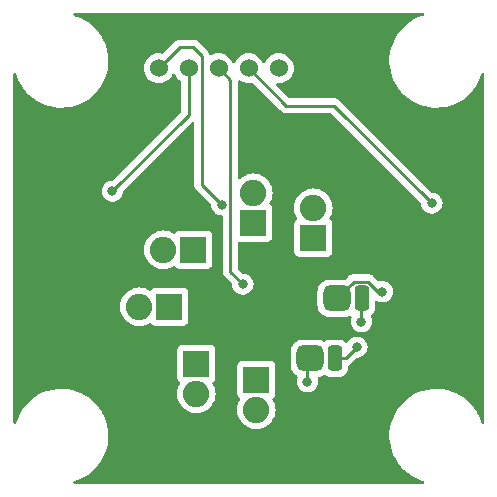
<source format=gbr>
%TF.GenerationSoftware,KiCad,Pcbnew,7.0.7*%
%TF.CreationDate,2023-11-04T22:35:43-05:00*%
%TF.ProjectId,LEDBreakout_Hardware,4c454442-7265-4616-9b6f-75745f486172,rev?*%
%TF.SameCoordinates,Original*%
%TF.FileFunction,Copper,L2,Bot*%
%TF.FilePolarity,Positive*%
%FSLAX46Y46*%
G04 Gerber Fmt 4.6, Leading zero omitted, Abs format (unit mm)*
G04 Created by KiCad (PCBNEW 7.0.7) date 2023-11-04 22:35:43*
%MOMM*%
%LPD*%
G01*
G04 APERTURE LIST*
G04 Aperture macros list*
%AMRoundRect*
0 Rectangle with rounded corners*
0 $1 Rounding radius*
0 $2 $3 $4 $5 $6 $7 $8 $9 X,Y pos of 4 corners*
0 Add a 4 corners polygon primitive as box body*
4,1,4,$2,$3,$4,$5,$6,$7,$8,$9,$2,$3,0*
0 Add four circle primitives for the rounded corners*
1,1,$1+$1,$2,$3*
1,1,$1+$1,$4,$5*
1,1,$1+$1,$6,$7*
1,1,$1+$1,$8,$9*
0 Add four rect primitives between the rounded corners*
20,1,$1+$1,$2,$3,$4,$5,0*
20,1,$1+$1,$4,$5,$6,$7,0*
20,1,$1+$1,$6,$7,$8,$9,0*
20,1,$1+$1,$8,$9,$2,$3,0*%
G04 Aperture macros list end*
%TA.AperFunction,ComponentPad*%
%ADD10C,1.524000*%
%TD*%
%TA.AperFunction,ComponentPad*%
%ADD11R,2.240000X2.240000*%
%TD*%
%TA.AperFunction,ComponentPad*%
%ADD12O,2.240000X2.240000*%
%TD*%
%TA.AperFunction,SMDPad,CuDef*%
%ADD13RoundRect,0.305000X0.305000X0.780000X-0.305000X0.780000X-0.305000X-0.780000X0.305000X-0.780000X0*%
%TD*%
%TA.AperFunction,SMDPad,CuDef*%
%ADD14RoundRect,0.542500X0.601500X0.542500X-0.601500X0.542500X-0.601500X-0.542500X0.601500X-0.542500X0*%
%TD*%
%TA.AperFunction,ViaPad*%
%ADD15C,0.800000*%
%TD*%
%TA.AperFunction,Conductor*%
%ADD16C,0.254000*%
%TD*%
%TA.AperFunction,Conductor*%
%ADD17C,0.250000*%
%TD*%
G04 APERTURE END LIST*
D10*
%TO.P,Conn1,1*%
%TO.N,530nm*%
X76835000Y-64135000D03*
%TO.P,Conn1,2*%
%TO.N,522nm*%
X79375000Y-64135000D03*
%TO.P,Conn1,3*%
%TO.N,465nm*%
X81915000Y-64135000D03*
%TO.P,Conn1,4*%
%TO.N,400nm*%
X84455000Y-64135000D03*
%TO.P,Conn1,5*%
%TO.N,+5V*%
X86995000Y-64135000D03*
%TO.P,Conn1,6*%
%TO.N,GND*%
X89535000Y-64135000D03*
%TO.P,Conn1,7*%
X92075000Y-64135000D03*
%TD*%
D11*
%TO.P,D1,1,K*%
%TO.N,Net-(D1-K)*%
X84836000Y-77216000D03*
D12*
%TO.P,D1,2,A*%
%TO.N,Net-(D1-A)*%
X84836000Y-74676000D03*
%TD*%
D13*
%TO.P,D8,1,K*%
%TO.N,Net-(D7-K)*%
X94008000Y-83616800D03*
D14*
%TO.P,D8,2,A*%
%TO.N,Net-(D8-A)*%
X91908000Y-83616800D03*
%TD*%
D11*
%TO.P,D5,1,K*%
%TO.N,Net-(D5-K)*%
X80010000Y-89154000D03*
D12*
%TO.P,D5,2,A*%
%TO.N,Net-(D5-A)*%
X80010000Y-91694000D03*
%TD*%
D11*
%TO.P,D2,1,K*%
%TO.N,Net-(D1-K)*%
X89916000Y-78486000D03*
D12*
%TO.P,D2,2,A*%
%TO.N,Net-(D2-A)*%
X89916000Y-75946000D03*
%TD*%
D11*
%TO.P,D3,1,K*%
%TO.N,Net-(D3-K)*%
X79756000Y-79502000D03*
D12*
%TO.P,D3,2,A*%
%TO.N,Net-(D3-A)*%
X77216000Y-79502000D03*
%TD*%
D13*
%TO.P,D7,1,K*%
%TO.N,Net-(D7-K)*%
X91730200Y-88696800D03*
D14*
%TO.P,D7,2,A*%
%TO.N,Net-(D7-A)*%
X89630200Y-88696800D03*
%TD*%
D11*
%TO.P,D6,1,K*%
%TO.N,Net-(D5-K)*%
X85090000Y-90510000D03*
D12*
%TO.P,D6,2,A*%
%TO.N,Net-(D6-A)*%
X85090000Y-93050000D03*
%TD*%
D11*
%TO.P,D4,1,K*%
%TO.N,Net-(D3-K)*%
X77724000Y-84328000D03*
D12*
%TO.P,D4,2,A*%
%TO.N,Net-(D4-A)*%
X75184000Y-84328000D03*
%TD*%
D15*
%TO.N,GND*%
X65532000Y-69596000D03*
X99045536Y-85456536D03*
X65532000Y-76708000D03*
X65532000Y-74422000D03*
X77216000Y-96139000D03*
X96012000Y-77089000D03*
X65532000Y-72136000D03*
X70739000Y-78994000D03*
%TO.N,530nm*%
X82169000Y-75692000D03*
%TO.N,Net-(D7-K)*%
X93980000Y-85598000D03*
X93599000Y-87757000D03*
%TO.N,522nm*%
X72898000Y-74549000D03*
%TO.N,465nm*%
X83947000Y-82423000D03*
%TO.N,400nm*%
X99949000Y-75565000D03*
%TO.N,Net-(D7-A)*%
X89408000Y-90678000D03*
%TO.N,Net-(D8-A)*%
X95758000Y-83058000D03*
%TD*%
D16*
%TO.N,530nm*%
X80464000Y-63065000D02*
X79756000Y-62357000D01*
X82169000Y-75692000D02*
X80464000Y-73987000D01*
X79756000Y-62357000D02*
X78613000Y-62357000D01*
X78613000Y-62357000D02*
X76835000Y-64135000D01*
X80464000Y-73987000D02*
X80464000Y-63065000D01*
D17*
%TO.N,Net-(D7-K)*%
X91730200Y-88696800D02*
X92659200Y-88696800D01*
D16*
X93980000Y-83644800D02*
X94008000Y-83616800D01*
X93980000Y-85598000D02*
X93980000Y-83644800D01*
D17*
X92659200Y-88696800D02*
X93599000Y-87757000D01*
D16*
%TO.N,522nm*%
X79375000Y-68072000D02*
X79375000Y-64135000D01*
X72898000Y-74549000D02*
X79375000Y-68072000D01*
%TO.N,465nm*%
X82896000Y-65116000D02*
X82896000Y-81372000D01*
X82896000Y-81372000D02*
X83947000Y-82423000D01*
X81915000Y-64135000D02*
X82896000Y-65116000D01*
%TO.N,400nm*%
X87630000Y-67310000D02*
X84455000Y-64135000D01*
X99949000Y-75565000D02*
X91694000Y-67310000D01*
X91694000Y-67310000D02*
X87630000Y-67310000D01*
D17*
%TO.N,Net-(D7-A)*%
X89408000Y-90678000D02*
X89408000Y-88919000D01*
X89408000Y-88919000D02*
X89630200Y-88696800D01*
%TO.N,Net-(D8-A)*%
X95758000Y-83058000D02*
X95425155Y-83058000D01*
X93318000Y-82206800D02*
X91908000Y-83616800D01*
X95425155Y-83058000D02*
X94573955Y-82206800D01*
X94573955Y-82206800D02*
X93318000Y-82206800D01*
%TD*%
%TA.AperFunction,Conductor*%
%TO.N,GND*%
G36*
X99262238Y-59456185D02*
G01*
X99307993Y-59508989D01*
X99317937Y-59578147D01*
X99288912Y-59641703D01*
X99230134Y-59679477D01*
X99225797Y-59680666D01*
X99157272Y-59698114D01*
X98784549Y-59833774D01*
X98427191Y-60005869D01*
X98088753Y-60212684D01*
X98088742Y-60212692D01*
X97772575Y-60452180D01*
X97772572Y-60452182D01*
X97481813Y-60721968D01*
X97219365Y-61019359D01*
X96987839Y-61341393D01*
X96987826Y-61341413D01*
X96789516Y-61684896D01*
X96626382Y-62046437D01*
X96500059Y-62422419D01*
X96411799Y-62809111D01*
X96362478Y-63202681D01*
X96352590Y-63599173D01*
X96352590Y-63599187D01*
X96382230Y-63994711D01*
X96382231Y-63994724D01*
X96451108Y-64385339D01*
X96558530Y-64767137D01*
X96558534Y-64767151D01*
X96703435Y-65136353D01*
X96703440Y-65136365D01*
X96840640Y-65403984D01*
X96884391Y-65489323D01*
X97099586Y-65822509D01*
X97225691Y-65980640D01*
X97346895Y-66132625D01*
X97623823Y-66416544D01*
X97623833Y-66416554D01*
X97927676Y-66671508D01*
X98255394Y-66894942D01*
X98603730Y-67084636D01*
X98969223Y-67238704D01*
X98969232Y-67238706D01*
X98969238Y-67238709D01*
X99348235Y-67355614D01*
X99348248Y-67355617D01*
X99736999Y-67434205D01*
X99737014Y-67434208D01*
X100075300Y-67468058D01*
X100131680Y-67473700D01*
X100131681Y-67473700D01*
X100429103Y-67473700D01*
X100627130Y-67463816D01*
X100726145Y-67458875D01*
X101118353Y-67399759D01*
X101502726Y-67301886D01*
X101875445Y-67166228D01*
X102232803Y-66994133D01*
X102571251Y-66787312D01*
X102887424Y-66547820D01*
X103178181Y-66278037D01*
X103440631Y-65980645D01*
X103672166Y-65658600D01*
X103870485Y-65315101D01*
X104033617Y-64953563D01*
X104151957Y-64601340D01*
X104191968Y-64544061D01*
X104256594Y-64517506D01*
X104325318Y-64530107D01*
X104376321Y-64577862D01*
X104393500Y-64640833D01*
X104393500Y-94122243D01*
X104373815Y-94189282D01*
X104321011Y-94235037D01*
X104251853Y-94244981D01*
X104188297Y-94215956D01*
X104150523Y-94157178D01*
X104150135Y-94155827D01*
X104101469Y-93982862D01*
X104101465Y-93982848D01*
X103956564Y-93613646D01*
X103956559Y-93613634D01*
X103805771Y-93319510D01*
X103775609Y-93260677D01*
X103560414Y-92927491D01*
X103313114Y-92617386D01*
X103313111Y-92617383D01*
X103313104Y-92617374D01*
X103036176Y-92333455D01*
X103036173Y-92333452D01*
X103036172Y-92333451D01*
X103036167Y-92333446D01*
X102732324Y-92078492D01*
X102598928Y-91987544D01*
X102404605Y-91855057D01*
X102288494Y-91791826D01*
X102056270Y-91665364D01*
X102056262Y-91665360D01*
X102056259Y-91665359D01*
X101690777Y-91511296D01*
X101690761Y-91511290D01*
X101311764Y-91394385D01*
X101311751Y-91394382D01*
X100923000Y-91315794D01*
X100922979Y-91315791D01*
X100528320Y-91276300D01*
X100528319Y-91276300D01*
X100230899Y-91276300D01*
X100230897Y-91276300D01*
X99933855Y-91291124D01*
X99541647Y-91350241D01*
X99157272Y-91448114D01*
X98784549Y-91583774D01*
X98427191Y-91755869D01*
X98088753Y-91962684D01*
X98088742Y-91962692D01*
X97772575Y-92202180D01*
X97772572Y-92202182D01*
X97481813Y-92471968D01*
X97219365Y-92769359D01*
X96987839Y-93091393D01*
X96987826Y-93091413D01*
X96789516Y-93434896D01*
X96626382Y-93796437D01*
X96500059Y-94172419D01*
X96411799Y-94559111D01*
X96362478Y-94952681D01*
X96352590Y-95349173D01*
X96352590Y-95349187D01*
X96382230Y-95744711D01*
X96382231Y-95744724D01*
X96451108Y-96135339D01*
X96558530Y-96517137D01*
X96558534Y-96517151D01*
X96703435Y-96886353D01*
X96703440Y-96886365D01*
X96884386Y-97239314D01*
X96884391Y-97239323D01*
X97099586Y-97572509D01*
X97346886Y-97882614D01*
X97346895Y-97882625D01*
X97623823Y-98166544D01*
X97623833Y-98166554D01*
X97927676Y-98421508D01*
X98255394Y-98644942D01*
X98603730Y-98834636D01*
X98969223Y-98988704D01*
X98969232Y-98988706D01*
X98969238Y-98988709D01*
X99236048Y-99071009D01*
X99294307Y-99109579D01*
X99322464Y-99173524D01*
X99311581Y-99242541D01*
X99265113Y-99294717D01*
X99199498Y-99313500D01*
X69714801Y-99313500D01*
X69647762Y-99293815D01*
X69602007Y-99241011D01*
X69592063Y-99171853D01*
X69621088Y-99108297D01*
X69679866Y-99070523D01*
X69684203Y-99069334D01*
X69752726Y-99051886D01*
X70125445Y-98916228D01*
X70482803Y-98744133D01*
X70821251Y-98537312D01*
X71137424Y-98297820D01*
X71428181Y-98028037D01*
X71690631Y-97730645D01*
X71922166Y-97408600D01*
X72120485Y-97065101D01*
X72283617Y-96703563D01*
X72409941Y-96327578D01*
X72498201Y-95940885D01*
X72547521Y-95547325D01*
X72552462Y-95349173D01*
X72557409Y-95150826D01*
X72557409Y-95150810D01*
X72557409Y-95150809D01*
X72527769Y-94755280D01*
X72458893Y-94364668D01*
X72422420Y-94235037D01*
X72387006Y-94109166D01*
X72351467Y-93982854D01*
X72274979Y-93787966D01*
X72206564Y-93613646D01*
X72206559Y-93613634D01*
X72055771Y-93319510D01*
X72025609Y-93260677D01*
X71810414Y-92927491D01*
X71563114Y-92617386D01*
X71563111Y-92617383D01*
X71563104Y-92617374D01*
X71286176Y-92333455D01*
X71286173Y-92333452D01*
X71286172Y-92333451D01*
X71286167Y-92333446D01*
X70982324Y-92078492D01*
X70848928Y-91987544D01*
X70654605Y-91855057D01*
X70538494Y-91791826D01*
X70358855Y-91694000D01*
X78384489Y-91694000D01*
X78404502Y-91948289D01*
X78464044Y-92196301D01*
X78464049Y-92196318D01*
X78561656Y-92431963D01*
X78561658Y-92431966D01*
X78694930Y-92649445D01*
X78694936Y-92649454D01*
X78860587Y-92843407D01*
X78860592Y-92843412D01*
X78959036Y-92927491D01*
X79054549Y-93009066D01*
X79054555Y-93009069D01*
X79054554Y-93009069D01*
X79272033Y-93142341D01*
X79272036Y-93142343D01*
X79507681Y-93239950D01*
X79507683Y-93239950D01*
X79507689Y-93239953D01*
X79755714Y-93299498D01*
X80010000Y-93319511D01*
X80264286Y-93299498D01*
X80512311Y-93239953D01*
X80565700Y-93217838D01*
X80747963Y-93142343D01*
X80747964Y-93142342D01*
X80747967Y-93142341D01*
X80898653Y-93050000D01*
X83464489Y-93050000D01*
X83484502Y-93304289D01*
X83544044Y-93552301D01*
X83544049Y-93552318D01*
X83641656Y-93787963D01*
X83641658Y-93787966D01*
X83774930Y-94005445D01*
X83774936Y-94005454D01*
X83940587Y-94199407D01*
X83940592Y-94199412D01*
X84134073Y-94364660D01*
X84134549Y-94365066D01*
X84134555Y-94365069D01*
X84134554Y-94365069D01*
X84352033Y-94498341D01*
X84352036Y-94498343D01*
X84587681Y-94595950D01*
X84587683Y-94595950D01*
X84587689Y-94595953D01*
X84835714Y-94655498D01*
X85090000Y-94675511D01*
X85344286Y-94655498D01*
X85592311Y-94595953D01*
X85681246Y-94559115D01*
X85827963Y-94498343D01*
X85827964Y-94498342D01*
X85827967Y-94498341D01*
X86045451Y-94365066D01*
X86239410Y-94199410D01*
X86405066Y-94005451D01*
X86538341Y-93787967D01*
X86635953Y-93552311D01*
X86695498Y-93304286D01*
X86715511Y-93050000D01*
X86695498Y-92795714D01*
X86635953Y-92547689D01*
X86635950Y-92547681D01*
X86538343Y-92312036D01*
X86538341Y-92312033D01*
X86470250Y-92200919D01*
X86452005Y-92133474D01*
X86473121Y-92066871D01*
X86501663Y-92036865D01*
X86567546Y-91987546D01*
X86653796Y-91872331D01*
X86704091Y-91737483D01*
X86710500Y-91677873D01*
X86710499Y-89342128D01*
X86704953Y-89290538D01*
X87985700Y-89290538D01*
X88000790Y-89443760D01*
X88060433Y-89640376D01*
X88157277Y-89821558D01*
X88157281Y-89821565D01*
X88287618Y-89980381D01*
X88446434Y-90110718D01*
X88446437Y-90110720D01*
X88460746Y-90118368D01*
X88524798Y-90152604D01*
X88574643Y-90201566D01*
X88590104Y-90269704D01*
X88581880Y-90303226D01*
X88582829Y-90303535D01*
X88557502Y-90381483D01*
X88522326Y-90489744D01*
X88502540Y-90678000D01*
X88522326Y-90866256D01*
X88522327Y-90866259D01*
X88580818Y-91046277D01*
X88580821Y-91046284D01*
X88675467Y-91210216D01*
X88770530Y-91315794D01*
X88802129Y-91350888D01*
X88955265Y-91462148D01*
X88955270Y-91462151D01*
X89128192Y-91539142D01*
X89128197Y-91539144D01*
X89313354Y-91578500D01*
X89313355Y-91578500D01*
X89502644Y-91578500D01*
X89502646Y-91578500D01*
X89687803Y-91539144D01*
X89860730Y-91462151D01*
X90013871Y-91350888D01*
X90140533Y-91210216D01*
X90235179Y-91046284D01*
X90293674Y-90866256D01*
X90313460Y-90678000D01*
X90293674Y-90489744D01*
X90275664Y-90434318D01*
X90273670Y-90364478D01*
X90309750Y-90304645D01*
X90372451Y-90273817D01*
X90381438Y-90272598D01*
X90436164Y-90267209D01*
X90632770Y-90207569D01*
X90807818Y-90114003D01*
X90876220Y-90099762D01*
X90932243Y-90118368D01*
X91073495Y-90207123D01*
X91244825Y-90267074D01*
X91244830Y-90267075D01*
X91335889Y-90277334D01*
X91379956Y-90282299D01*
X91379959Y-90282300D01*
X91379962Y-90282300D01*
X92080441Y-90282300D01*
X92080442Y-90282299D01*
X92155728Y-90273817D01*
X92215569Y-90267075D01*
X92215572Y-90267074D01*
X92215575Y-90267074D01*
X92386905Y-90207123D01*
X92540599Y-90110550D01*
X92668950Y-89982199D01*
X92765523Y-89828505D01*
X92825474Y-89657175D01*
X92827368Y-89640370D01*
X92840699Y-89522044D01*
X92840700Y-89522040D01*
X92840700Y-89386682D01*
X92860385Y-89319643D01*
X92904214Y-89281664D01*
X92902871Y-89279392D01*
X92909590Y-89275418D01*
X92926829Y-89265222D01*
X92944303Y-89256662D01*
X92962927Y-89249288D01*
X92962927Y-89249287D01*
X92962932Y-89249286D01*
X93000649Y-89221882D01*
X93005505Y-89218692D01*
X93045620Y-89194970D01*
X93059789Y-89180799D01*
X93074579Y-89168168D01*
X93090787Y-89156394D01*
X93120499Y-89120476D01*
X93124412Y-89116176D01*
X93546773Y-88693816D01*
X93608095Y-88660334D01*
X93634453Y-88657500D01*
X93693644Y-88657500D01*
X93693646Y-88657500D01*
X93878803Y-88618144D01*
X94051730Y-88541151D01*
X94204871Y-88429888D01*
X94331533Y-88289216D01*
X94426179Y-88125284D01*
X94484674Y-87945256D01*
X94504460Y-87757000D01*
X94484674Y-87568744D01*
X94426179Y-87388716D01*
X94331533Y-87224784D01*
X94204871Y-87084112D01*
X94204870Y-87084111D01*
X94051734Y-86972851D01*
X94051729Y-86972848D01*
X93878807Y-86895857D01*
X93878802Y-86895855D01*
X93733001Y-86864865D01*
X93693646Y-86856500D01*
X93504354Y-86856500D01*
X93471897Y-86863398D01*
X93319197Y-86895855D01*
X93319192Y-86895857D01*
X93146270Y-86972848D01*
X93146265Y-86972851D01*
X92993129Y-87084111D01*
X92866466Y-87224785D01*
X92806664Y-87328366D01*
X92756097Y-87376581D01*
X92687490Y-87389805D01*
X92622626Y-87363837D01*
X92611596Y-87354047D01*
X92540598Y-87283049D01*
X92386906Y-87186477D01*
X92215574Y-87126525D01*
X92215569Y-87126524D01*
X92080444Y-87111300D01*
X92080438Y-87111300D01*
X91379962Y-87111300D01*
X91379955Y-87111300D01*
X91244830Y-87126524D01*
X91244825Y-87126525D01*
X91073493Y-87186477D01*
X90932243Y-87275231D01*
X90865006Y-87294231D01*
X90807818Y-87279595D01*
X90632776Y-87186033D01*
X90632770Y-87186031D01*
X90436164Y-87126391D01*
X90436162Y-87126390D01*
X90436160Y-87126390D01*
X90343302Y-87117244D01*
X90282943Y-87111300D01*
X90282939Y-87111300D01*
X88977461Y-87111300D01*
X88824239Y-87126390D01*
X88627623Y-87186033D01*
X88446441Y-87282877D01*
X88446434Y-87282881D01*
X88287618Y-87413218D01*
X88157281Y-87572034D01*
X88157277Y-87572041D01*
X88060433Y-87753223D01*
X88000790Y-87949839D01*
X87985700Y-88103060D01*
X87985700Y-89290538D01*
X86704953Y-89290538D01*
X86704091Y-89282517D01*
X86702925Y-89279392D01*
X86653797Y-89147671D01*
X86653793Y-89147664D01*
X86567547Y-89032455D01*
X86567544Y-89032452D01*
X86452335Y-88946206D01*
X86452328Y-88946202D01*
X86317482Y-88895908D01*
X86317483Y-88895908D01*
X86257883Y-88889501D01*
X86257881Y-88889500D01*
X86257873Y-88889500D01*
X86257864Y-88889500D01*
X83922129Y-88889500D01*
X83922123Y-88889501D01*
X83862516Y-88895908D01*
X83727671Y-88946202D01*
X83727664Y-88946206D01*
X83612455Y-89032452D01*
X83612452Y-89032455D01*
X83526206Y-89147664D01*
X83526202Y-89147671D01*
X83475908Y-89282517D01*
X83471917Y-89319643D01*
X83469501Y-89342123D01*
X83469500Y-89342135D01*
X83469500Y-91677870D01*
X83469501Y-91677876D01*
X83475908Y-91737483D01*
X83526202Y-91872328D01*
X83526206Y-91872335D01*
X83612452Y-91987544D01*
X83612453Y-91987544D01*
X83612454Y-91987546D01*
X83659395Y-92022686D01*
X83678334Y-92036864D01*
X83720204Y-92092798D01*
X83725188Y-92162490D01*
X83709749Y-92200920D01*
X83641658Y-92312033D01*
X83641656Y-92312036D01*
X83544049Y-92547681D01*
X83544044Y-92547698D01*
X83484502Y-92795710D01*
X83464489Y-93050000D01*
X80898653Y-93050000D01*
X80965451Y-93009066D01*
X81159410Y-92843410D01*
X81325066Y-92649451D01*
X81458341Y-92431967D01*
X81555953Y-92196311D01*
X81615498Y-91948286D01*
X81635511Y-91694000D01*
X81615498Y-91439714D01*
X81555953Y-91191689D01*
X81555950Y-91191681D01*
X81458343Y-90956036D01*
X81458341Y-90956033D01*
X81390250Y-90844919D01*
X81372005Y-90777474D01*
X81393121Y-90710871D01*
X81421663Y-90680865D01*
X81487546Y-90631546D01*
X81573796Y-90516331D01*
X81624091Y-90381483D01*
X81630500Y-90321873D01*
X81630499Y-87986128D01*
X81624091Y-87926517D01*
X81573796Y-87791669D01*
X81573795Y-87791668D01*
X81573793Y-87791664D01*
X81487547Y-87676455D01*
X81487544Y-87676452D01*
X81372335Y-87590206D01*
X81372328Y-87590202D01*
X81237482Y-87539908D01*
X81237483Y-87539908D01*
X81177883Y-87533501D01*
X81177881Y-87533500D01*
X81177873Y-87533500D01*
X81177864Y-87533500D01*
X78842129Y-87533500D01*
X78842123Y-87533501D01*
X78782516Y-87539908D01*
X78647671Y-87590202D01*
X78647664Y-87590206D01*
X78532455Y-87676452D01*
X78532452Y-87676455D01*
X78446206Y-87791664D01*
X78446202Y-87791671D01*
X78395908Y-87926517D01*
X78389501Y-87986116D01*
X78389501Y-87986123D01*
X78389500Y-87986135D01*
X78389501Y-90321865D01*
X78389501Y-90321876D01*
X78395908Y-90381483D01*
X78446202Y-90516328D01*
X78446206Y-90516335D01*
X78532452Y-90631544D01*
X78532453Y-90631544D01*
X78532454Y-90631546D01*
X78579395Y-90666686D01*
X78598334Y-90680864D01*
X78640204Y-90736798D01*
X78645188Y-90806490D01*
X78629749Y-90844920D01*
X78561658Y-90956033D01*
X78561656Y-90956036D01*
X78464049Y-91191681D01*
X78464044Y-91191698D01*
X78404502Y-91439710D01*
X78384489Y-91694000D01*
X70358855Y-91694000D01*
X70306270Y-91665364D01*
X70306262Y-91665360D01*
X70306259Y-91665359D01*
X69940777Y-91511296D01*
X69940761Y-91511290D01*
X69561764Y-91394385D01*
X69561751Y-91394382D01*
X69173000Y-91315794D01*
X69172979Y-91315791D01*
X68778320Y-91276300D01*
X68778319Y-91276300D01*
X68480899Y-91276300D01*
X68480897Y-91276300D01*
X68183855Y-91291124D01*
X67791647Y-91350241D01*
X67407272Y-91448114D01*
X67034549Y-91583774D01*
X66677191Y-91755869D01*
X66338753Y-91962684D01*
X66338742Y-91962692D01*
X66022575Y-92202180D01*
X66022572Y-92202182D01*
X65731813Y-92471968D01*
X65469365Y-92769359D01*
X65237839Y-93091393D01*
X65237826Y-93091413D01*
X65039516Y-93434896D01*
X64876382Y-93796437D01*
X64758043Y-94148658D01*
X64718032Y-94205938D01*
X64653406Y-94232493D01*
X64584682Y-94219892D01*
X64533679Y-94172137D01*
X64516500Y-94109166D01*
X64516500Y-84328000D01*
X73558489Y-84328000D01*
X73578502Y-84582289D01*
X73638044Y-84830301D01*
X73638049Y-84830318D01*
X73735656Y-85065963D01*
X73735658Y-85065966D01*
X73868930Y-85283445D01*
X73868936Y-85283454D01*
X73976798Y-85409744D01*
X74034590Y-85477410D01*
X74228549Y-85643066D01*
X74228555Y-85643069D01*
X74228554Y-85643069D01*
X74446033Y-85776341D01*
X74446036Y-85776343D01*
X74681681Y-85873950D01*
X74681683Y-85873950D01*
X74681689Y-85873953D01*
X74929714Y-85933498D01*
X75184000Y-85953511D01*
X75438286Y-85933498D01*
X75686311Y-85873953D01*
X75921967Y-85776341D01*
X76033082Y-85708249D01*
X76100525Y-85690005D01*
X76167128Y-85711121D01*
X76197134Y-85739663D01*
X76246454Y-85805546D01*
X76292643Y-85840123D01*
X76361664Y-85891793D01*
X76361671Y-85891797D01*
X76496517Y-85942091D01*
X76496516Y-85942091D01*
X76503444Y-85942835D01*
X76556127Y-85948500D01*
X78891872Y-85948499D01*
X78951483Y-85942091D01*
X79086331Y-85891796D01*
X79201546Y-85805546D01*
X79287796Y-85690331D01*
X79338091Y-85555483D01*
X79344500Y-85495873D01*
X79344499Y-84210538D01*
X90263500Y-84210538D01*
X90278590Y-84363760D01*
X90338233Y-84560376D01*
X90435077Y-84741558D01*
X90435081Y-84741565D01*
X90565418Y-84900381D01*
X90724234Y-85030718D01*
X90724241Y-85030722D01*
X90905423Y-85127566D01*
X90905426Y-85127566D01*
X90905430Y-85127569D01*
X91102036Y-85187209D01*
X91255257Y-85202300D01*
X92560742Y-85202299D01*
X92713964Y-85187209D01*
X92910570Y-85127569D01*
X92936343Y-85113792D01*
X92972377Y-85094533D01*
X93040779Y-85080291D01*
X93106023Y-85105291D01*
X93147394Y-85161596D01*
X93151756Y-85231329D01*
X93148761Y-85242209D01*
X93135363Y-85283445D01*
X93094326Y-85409744D01*
X93074540Y-85598000D01*
X93094326Y-85786256D01*
X93094327Y-85786259D01*
X93152818Y-85966277D01*
X93152821Y-85966284D01*
X93247467Y-86130216D01*
X93374128Y-86270888D01*
X93374129Y-86270888D01*
X93527265Y-86382148D01*
X93527270Y-86382151D01*
X93700192Y-86459142D01*
X93700197Y-86459144D01*
X93885354Y-86498500D01*
X93885355Y-86498500D01*
X94074644Y-86498500D01*
X94074646Y-86498500D01*
X94259803Y-86459144D01*
X94432730Y-86382151D01*
X94585871Y-86270888D01*
X94712533Y-86130216D01*
X94807179Y-85966284D01*
X94865674Y-85786256D01*
X94885460Y-85598000D01*
X94865674Y-85409744D01*
X94807179Y-85229716D01*
X94785334Y-85191880D01*
X94768861Y-85123982D01*
X94791713Y-85057955D01*
X94815413Y-85032930D01*
X94818388Y-85030556D01*
X94818399Y-85030550D01*
X94946750Y-84902199D01*
X95043323Y-84748505D01*
X95103274Y-84577175D01*
X95105168Y-84560370D01*
X95118499Y-84442044D01*
X95118500Y-84442040D01*
X95118500Y-83949093D01*
X95138185Y-83882054D01*
X95190989Y-83836299D01*
X95260147Y-83826355D01*
X95299175Y-83839863D01*
X95299334Y-83839508D01*
X95303476Y-83841352D01*
X95304501Y-83841707D01*
X95305267Y-83842148D01*
X95305270Y-83842151D01*
X95394893Y-83882054D01*
X95478192Y-83919142D01*
X95478197Y-83919144D01*
X95663354Y-83958500D01*
X95663355Y-83958500D01*
X95852644Y-83958500D01*
X95852646Y-83958500D01*
X96037803Y-83919144D01*
X96210730Y-83842151D01*
X96363871Y-83730888D01*
X96490533Y-83590216D01*
X96585179Y-83426284D01*
X96643674Y-83246256D01*
X96663460Y-83058000D01*
X96643674Y-82869744D01*
X96585179Y-82689716D01*
X96490533Y-82525784D01*
X96363871Y-82385112D01*
X96345535Y-82371790D01*
X96210734Y-82273851D01*
X96210729Y-82273848D01*
X96037807Y-82196857D01*
X96037802Y-82196855D01*
X95892001Y-82165865D01*
X95852646Y-82157500D01*
X95663354Y-82157500D01*
X95519645Y-82188046D01*
X95449978Y-82182730D01*
X95406183Y-82154437D01*
X95074758Y-81823012D01*
X95064935Y-81810750D01*
X95064714Y-81810934D01*
X95059741Y-81804923D01*
X95059740Y-81804923D01*
X95009319Y-81757573D01*
X94998874Y-81747128D01*
X94988430Y-81736683D01*
X94982941Y-81732425D01*
X94978516Y-81728647D01*
X94944537Y-81696738D01*
X94944535Y-81696736D01*
X94944532Y-81696735D01*
X94926984Y-81687088D01*
X94910718Y-81676404D01*
X94894888Y-81664125D01*
X94852123Y-81645618D01*
X94846877Y-81643048D01*
X94806048Y-81620603D01*
X94806047Y-81620602D01*
X94786648Y-81615622D01*
X94768236Y-81609318D01*
X94749853Y-81601362D01*
X94749847Y-81601360D01*
X94703829Y-81594072D01*
X94698107Y-81592887D01*
X94652976Y-81581300D01*
X94652974Y-81581300D01*
X94632939Y-81581300D01*
X94613541Y-81579773D01*
X94604196Y-81578293D01*
X94593760Y-81576640D01*
X94593759Y-81576640D01*
X94547371Y-81581025D01*
X94541533Y-81581300D01*
X93400738Y-81581300D01*
X93385121Y-81579576D01*
X93385094Y-81579862D01*
X93377332Y-81579127D01*
X93308204Y-81581300D01*
X93278650Y-81581300D01*
X93277929Y-81581390D01*
X93271757Y-81582169D01*
X93265945Y-81582626D01*
X93219373Y-81584090D01*
X93219372Y-81584090D01*
X93200129Y-81589681D01*
X93181079Y-81593625D01*
X93161211Y-81596134D01*
X93161209Y-81596135D01*
X93117884Y-81613288D01*
X93112357Y-81615180D01*
X93067610Y-81628181D01*
X93067609Y-81628182D01*
X93050367Y-81638379D01*
X93032899Y-81646937D01*
X93014269Y-81654313D01*
X93014267Y-81654314D01*
X92976576Y-81681698D01*
X92971694Y-81684905D01*
X92931579Y-81708630D01*
X92917408Y-81722800D01*
X92902623Y-81735428D01*
X92886412Y-81747207D01*
X92856709Y-81783110D01*
X92852777Y-81787431D01*
X92645226Y-81994981D01*
X92583903Y-82028466D01*
X92557545Y-82031300D01*
X91255261Y-82031300D01*
X91102039Y-82046390D01*
X90905423Y-82106033D01*
X90724241Y-82202877D01*
X90724234Y-82202881D01*
X90565418Y-82333218D01*
X90435081Y-82492034D01*
X90435077Y-82492041D01*
X90338233Y-82673223D01*
X90278590Y-82869839D01*
X90274011Y-82916334D01*
X90264498Y-83012930D01*
X90263500Y-83023060D01*
X90263500Y-84210538D01*
X79344499Y-84210538D01*
X79344499Y-83160128D01*
X79338091Y-83100517D01*
X79336364Y-83095888D01*
X79287797Y-82965671D01*
X79287793Y-82965664D01*
X79201547Y-82850455D01*
X79201544Y-82850452D01*
X79086335Y-82764206D01*
X79086328Y-82764202D01*
X78951482Y-82713908D01*
X78951483Y-82713908D01*
X78891883Y-82707501D01*
X78891881Y-82707500D01*
X78891873Y-82707500D01*
X78891864Y-82707500D01*
X76556129Y-82707500D01*
X76556123Y-82707501D01*
X76496516Y-82713908D01*
X76361671Y-82764202D01*
X76361664Y-82764206D01*
X76246455Y-82850452D01*
X76197136Y-82916334D01*
X76141202Y-82958204D01*
X76071510Y-82963188D01*
X76033080Y-82947749D01*
X75921966Y-82879658D01*
X75921963Y-82879656D01*
X75686318Y-82782049D01*
X75686301Y-82782044D01*
X75438289Y-82722502D01*
X75184000Y-82702489D01*
X74929710Y-82722502D01*
X74681698Y-82782044D01*
X74681681Y-82782049D01*
X74446036Y-82879656D01*
X74446033Y-82879658D01*
X74228554Y-83012930D01*
X74228545Y-83012936D01*
X74034592Y-83178587D01*
X74034587Y-83178592D01*
X73868936Y-83372545D01*
X73868930Y-83372554D01*
X73735658Y-83590033D01*
X73735656Y-83590036D01*
X73638049Y-83825681D01*
X73638044Y-83825698D01*
X73578502Y-84073710D01*
X73558489Y-84328000D01*
X64516500Y-84328000D01*
X64516500Y-79502000D01*
X75590489Y-79502000D01*
X75610502Y-79756289D01*
X75670044Y-80004301D01*
X75670049Y-80004318D01*
X75767656Y-80239963D01*
X75767658Y-80239966D01*
X75900930Y-80457445D01*
X75900936Y-80457454D01*
X76066587Y-80651407D01*
X76066590Y-80651410D01*
X76260549Y-80817066D01*
X76260555Y-80817069D01*
X76260554Y-80817069D01*
X76478033Y-80950341D01*
X76478036Y-80950343D01*
X76713681Y-81047950D01*
X76713683Y-81047950D01*
X76713689Y-81047953D01*
X76961714Y-81107498D01*
X77216000Y-81127511D01*
X77470286Y-81107498D01*
X77718311Y-81047953D01*
X77953967Y-80950341D01*
X78065082Y-80882249D01*
X78132525Y-80864005D01*
X78199128Y-80885121D01*
X78229134Y-80913663D01*
X78278454Y-80979546D01*
X78324643Y-81014123D01*
X78393664Y-81065793D01*
X78393671Y-81065797D01*
X78528517Y-81116091D01*
X78528516Y-81116091D01*
X78535444Y-81116835D01*
X78588127Y-81122500D01*
X80923872Y-81122499D01*
X80983483Y-81116091D01*
X81118331Y-81065796D01*
X81233546Y-80979546D01*
X81319796Y-80864331D01*
X81370091Y-80729483D01*
X81376500Y-80669873D01*
X81376499Y-78334128D01*
X81370091Y-78274517D01*
X81338179Y-78188957D01*
X81319797Y-78139671D01*
X81319793Y-78139664D01*
X81233547Y-78024455D01*
X81233544Y-78024452D01*
X81118335Y-77938206D01*
X81118328Y-77938202D01*
X80983482Y-77887908D01*
X80983483Y-77887908D01*
X80923883Y-77881501D01*
X80923881Y-77881500D01*
X80923873Y-77881500D01*
X80923864Y-77881500D01*
X78588129Y-77881500D01*
X78588123Y-77881501D01*
X78528516Y-77887908D01*
X78393671Y-77938202D01*
X78393664Y-77938206D01*
X78278455Y-78024452D01*
X78229136Y-78090334D01*
X78173202Y-78132204D01*
X78103510Y-78137188D01*
X78065080Y-78121749D01*
X77953966Y-78053658D01*
X77953963Y-78053656D01*
X77718318Y-77956049D01*
X77718301Y-77956044D01*
X77470289Y-77896502D01*
X77216000Y-77876489D01*
X76961710Y-77896502D01*
X76713698Y-77956044D01*
X76713681Y-77956049D01*
X76478036Y-78053656D01*
X76478033Y-78053658D01*
X76260554Y-78186930D01*
X76260545Y-78186936D01*
X76066592Y-78352587D01*
X76066587Y-78352592D01*
X75900936Y-78546545D01*
X75900930Y-78546554D01*
X75767658Y-78764033D01*
X75767656Y-78764036D01*
X75670049Y-78999681D01*
X75670044Y-78999698D01*
X75610502Y-79247710D01*
X75590489Y-79502000D01*
X64516500Y-79502000D01*
X64516500Y-74549000D01*
X71992540Y-74549000D01*
X72012326Y-74737256D01*
X72012327Y-74737259D01*
X72070818Y-74917277D01*
X72070821Y-74917284D01*
X72165467Y-75081216D01*
X72279654Y-75208033D01*
X72292129Y-75221888D01*
X72445265Y-75333148D01*
X72445270Y-75333151D01*
X72618192Y-75410142D01*
X72618197Y-75410144D01*
X72803354Y-75449500D01*
X72803355Y-75449500D01*
X72992644Y-75449500D01*
X72992646Y-75449500D01*
X73177803Y-75410144D01*
X73350730Y-75333151D01*
X73503871Y-75221888D01*
X73630533Y-75081216D01*
X73725179Y-74917284D01*
X73783674Y-74737256D01*
X73800989Y-74572505D01*
X73827572Y-74507894D01*
X73836619Y-74497798D01*
X79624819Y-68709599D01*
X79686142Y-68676114D01*
X79755834Y-68681098D01*
X79811767Y-68722970D01*
X79836184Y-68788434D01*
X79836500Y-68797280D01*
X79836500Y-73904032D01*
X79834772Y-73919681D01*
X79835054Y-73919708D01*
X79834319Y-73927475D01*
X79836500Y-73996859D01*
X79836500Y-74026477D01*
X79837371Y-74033380D01*
X79837829Y-74039199D01*
X79839298Y-74085942D01*
X79844916Y-74105275D01*
X79848862Y-74124329D01*
X79851383Y-74144287D01*
X79851386Y-74144299D01*
X79868595Y-74187765D01*
X79870487Y-74193293D01*
X79883530Y-74238187D01*
X79883530Y-74238188D01*
X79893777Y-74255515D01*
X79902335Y-74272985D01*
X79909745Y-74291701D01*
X79937229Y-74329529D01*
X79940437Y-74334413D01*
X79964234Y-74374652D01*
X79964240Y-74374660D01*
X79978469Y-74388888D01*
X79991109Y-74403687D01*
X80002934Y-74419964D01*
X80002936Y-74419965D01*
X80002937Y-74419967D01*
X80005049Y-74421714D01*
X80038957Y-74449765D01*
X80043268Y-74453687D01*
X80670795Y-75081214D01*
X81230371Y-75640790D01*
X81263856Y-75702113D01*
X81266010Y-75715505D01*
X81283326Y-75880256D01*
X81283327Y-75880259D01*
X81341818Y-76060277D01*
X81341821Y-76060284D01*
X81436467Y-76224216D01*
X81548957Y-76349148D01*
X81563129Y-76364888D01*
X81716265Y-76476148D01*
X81716270Y-76476151D01*
X81889192Y-76553142D01*
X81889197Y-76553144D01*
X82074354Y-76592500D01*
X82074355Y-76592500D01*
X82144500Y-76592500D01*
X82211539Y-76612185D01*
X82257294Y-76664989D01*
X82268500Y-76716500D01*
X82268500Y-81289032D01*
X82266772Y-81304681D01*
X82267054Y-81304708D01*
X82266319Y-81312475D01*
X82268500Y-81381859D01*
X82268500Y-81411477D01*
X82269371Y-81418380D01*
X82269829Y-81424199D01*
X82271298Y-81470942D01*
X82276916Y-81490275D01*
X82280862Y-81509329D01*
X82283383Y-81529287D01*
X82283386Y-81529299D01*
X82300595Y-81572765D01*
X82302487Y-81578293D01*
X82315530Y-81623187D01*
X82315530Y-81623188D01*
X82325777Y-81640515D01*
X82334335Y-81657985D01*
X82341745Y-81676701D01*
X82369229Y-81714529D01*
X82372437Y-81719413D01*
X82396234Y-81759652D01*
X82396240Y-81759660D01*
X82410469Y-81773888D01*
X82423109Y-81788687D01*
X82434934Y-81804964D01*
X82434936Y-81804965D01*
X82434937Y-81804967D01*
X82456750Y-81823012D01*
X82470957Y-81834765D01*
X82475268Y-81838687D01*
X82742612Y-82106031D01*
X83008371Y-82371790D01*
X83041856Y-82433113D01*
X83044010Y-82446505D01*
X83061326Y-82611256D01*
X83061327Y-82611259D01*
X83119818Y-82791277D01*
X83119821Y-82791284D01*
X83214467Y-82955216D01*
X83341128Y-83095888D01*
X83341129Y-83095888D01*
X83494265Y-83207148D01*
X83494270Y-83207151D01*
X83667192Y-83284142D01*
X83667197Y-83284144D01*
X83852354Y-83323500D01*
X83852355Y-83323500D01*
X84041644Y-83323500D01*
X84041646Y-83323500D01*
X84226803Y-83284144D01*
X84399730Y-83207151D01*
X84552871Y-83095888D01*
X84679533Y-82955216D01*
X84774179Y-82791284D01*
X84832674Y-82611256D01*
X84852460Y-82423000D01*
X84832674Y-82234744D01*
X84774179Y-82054716D01*
X84679533Y-81890784D01*
X84552871Y-81750112D01*
X84548873Y-81747207D01*
X84399734Y-81638851D01*
X84399729Y-81638848D01*
X84226807Y-81561857D01*
X84226802Y-81561855D01*
X84073605Y-81529293D01*
X84041646Y-81522500D01*
X84041645Y-81522500D01*
X83985281Y-81522500D01*
X83918242Y-81502815D01*
X83897600Y-81486181D01*
X83559819Y-81148400D01*
X83526334Y-81087077D01*
X83523500Y-81060719D01*
X83523500Y-78958996D01*
X83543185Y-78891957D01*
X83595989Y-78846202D01*
X83660757Y-78835707D01*
X83668127Y-78836500D01*
X86003872Y-78836499D01*
X86063483Y-78830091D01*
X86198331Y-78779796D01*
X86313546Y-78693546D01*
X86399796Y-78578331D01*
X86450091Y-78443483D01*
X86456500Y-78383873D01*
X86456499Y-76048128D01*
X86450091Y-75988517D01*
X86434233Y-75946000D01*
X88290489Y-75946000D01*
X88310502Y-76200289D01*
X88370044Y-76448301D01*
X88370049Y-76448318D01*
X88467656Y-76683963D01*
X88467658Y-76683966D01*
X88535749Y-76795080D01*
X88553994Y-76862526D01*
X88532878Y-76929128D01*
X88504334Y-76959136D01*
X88438452Y-77008455D01*
X88352206Y-77123664D01*
X88352202Y-77123671D01*
X88301908Y-77258517D01*
X88295501Y-77318116D01*
X88295501Y-77318123D01*
X88295500Y-77318135D01*
X88295500Y-79653870D01*
X88295501Y-79653876D01*
X88301908Y-79713483D01*
X88352202Y-79848328D01*
X88352206Y-79848335D01*
X88438452Y-79963544D01*
X88438455Y-79963547D01*
X88553664Y-80049793D01*
X88553671Y-80049797D01*
X88688517Y-80100091D01*
X88688516Y-80100091D01*
X88695444Y-80100835D01*
X88748127Y-80106500D01*
X91083872Y-80106499D01*
X91143483Y-80100091D01*
X91278331Y-80049796D01*
X91393546Y-79963546D01*
X91479796Y-79848331D01*
X91530091Y-79713483D01*
X91536500Y-79653873D01*
X91536499Y-77318128D01*
X91530091Y-77258517D01*
X91479796Y-77123669D01*
X91479795Y-77123668D01*
X91479793Y-77123664D01*
X91393547Y-77008456D01*
X91393548Y-77008456D01*
X91393546Y-77008454D01*
X91327664Y-76959135D01*
X91285795Y-76903203D01*
X91280811Y-76833511D01*
X91296247Y-76795084D01*
X91364341Y-76683967D01*
X91461953Y-76448311D01*
X91521498Y-76200286D01*
X91541511Y-75946000D01*
X91521498Y-75691714D01*
X91461953Y-75443689D01*
X91449642Y-75413967D01*
X91364343Y-75208036D01*
X91364341Y-75208033D01*
X91231069Y-74990554D01*
X91231063Y-74990545D01*
X91065412Y-74796592D01*
X91065407Y-74796587D01*
X90871454Y-74630936D01*
X90871445Y-74630930D01*
X90653966Y-74497658D01*
X90653963Y-74497656D01*
X90418318Y-74400049D01*
X90418301Y-74400044D01*
X90170289Y-74340502D01*
X89916000Y-74320489D01*
X89661710Y-74340502D01*
X89413698Y-74400044D01*
X89413681Y-74400049D01*
X89178036Y-74497656D01*
X89178033Y-74497658D01*
X88960554Y-74630930D01*
X88960545Y-74630936D01*
X88766592Y-74796587D01*
X88766587Y-74796592D01*
X88600936Y-74990545D01*
X88600930Y-74990554D01*
X88467658Y-75208033D01*
X88467656Y-75208036D01*
X88370049Y-75443681D01*
X88370044Y-75443698D01*
X88310502Y-75691710D01*
X88290489Y-75946000D01*
X86434233Y-75946000D01*
X86399797Y-75853671D01*
X86399793Y-75853664D01*
X86324629Y-75753259D01*
X86313546Y-75738454D01*
X86247664Y-75689135D01*
X86205795Y-75633203D01*
X86200811Y-75563511D01*
X86216247Y-75525084D01*
X86284341Y-75413967D01*
X86381953Y-75178311D01*
X86441498Y-74930286D01*
X86461511Y-74676000D01*
X86441498Y-74421714D01*
X86381953Y-74173689D01*
X86381950Y-74173681D01*
X86284343Y-73938036D01*
X86284341Y-73938033D01*
X86151069Y-73720554D01*
X86151063Y-73720545D01*
X85985412Y-73526592D01*
X85985407Y-73526587D01*
X85791454Y-73360936D01*
X85791445Y-73360930D01*
X85573966Y-73227658D01*
X85573963Y-73227656D01*
X85338318Y-73130049D01*
X85338301Y-73130044D01*
X85090289Y-73070502D01*
X84836000Y-73050489D01*
X84581710Y-73070502D01*
X84333698Y-73130044D01*
X84333681Y-73130049D01*
X84098036Y-73227656D01*
X84098033Y-73227658D01*
X83880554Y-73360930D01*
X83880552Y-73360931D01*
X83728031Y-73491196D01*
X83664270Y-73519766D01*
X83595184Y-73509328D01*
X83542708Y-73463197D01*
X83523500Y-73396905D01*
X83523500Y-65262187D01*
X83543185Y-65195148D01*
X83595989Y-65149393D01*
X83665147Y-65139449D01*
X83718620Y-65160610D01*
X83821338Y-65232534D01*
X84021550Y-65325894D01*
X84234932Y-65383070D01*
X84392123Y-65396822D01*
X84454998Y-65402323D01*
X84455000Y-65402323D01*
X84455002Y-65402323D01*
X84516335Y-65396957D01*
X84675068Y-65383070D01*
X84716791Y-65371890D01*
X84786640Y-65373553D01*
X84836565Y-65403984D01*
X87127624Y-67695043D01*
X87137471Y-67707333D01*
X87137689Y-67707154D01*
X87142657Y-67713160D01*
X87193257Y-67760677D01*
X87214201Y-67781620D01*
X87214207Y-67781626D01*
X87219697Y-67785883D01*
X87224148Y-67789684D01*
X87258235Y-67821695D01*
X87258237Y-67821696D01*
X87275868Y-67831388D01*
X87292137Y-67842074D01*
X87308037Y-67854407D01*
X87308037Y-67854408D01*
X87350944Y-67872975D01*
X87356193Y-67875547D01*
X87397161Y-67898070D01*
X87397164Y-67898071D01*
X87397166Y-67898072D01*
X87416659Y-67903076D01*
X87435067Y-67909379D01*
X87453541Y-67917374D01*
X87485890Y-67922497D01*
X87499723Y-67924688D01*
X87505438Y-67925871D01*
X87550728Y-67937500D01*
X87570858Y-67937500D01*
X87590255Y-67939026D01*
X87610133Y-67942175D01*
X87652779Y-67938143D01*
X87656679Y-67937775D01*
X87662517Y-67937500D01*
X91382719Y-67937500D01*
X91449758Y-67957185D01*
X91470400Y-67973819D01*
X99010371Y-75513790D01*
X99043856Y-75575113D01*
X99046010Y-75588505D01*
X99063326Y-75753256D01*
X99063327Y-75753259D01*
X99121818Y-75933277D01*
X99121821Y-75933284D01*
X99216467Y-76097216D01*
X99309272Y-76200286D01*
X99343129Y-76237888D01*
X99496265Y-76349148D01*
X99496270Y-76349151D01*
X99669192Y-76426142D01*
X99669197Y-76426144D01*
X99854354Y-76465500D01*
X99854355Y-76465500D01*
X100043644Y-76465500D01*
X100043646Y-76465500D01*
X100228803Y-76426144D01*
X100401730Y-76349151D01*
X100554871Y-76237888D01*
X100681533Y-76097216D01*
X100776179Y-75933284D01*
X100834674Y-75753256D01*
X100854460Y-75565000D01*
X100834674Y-75376744D01*
X100776179Y-75196716D01*
X100681533Y-75032784D01*
X100554871Y-74892112D01*
X100554870Y-74892111D01*
X100401734Y-74780851D01*
X100401729Y-74780848D01*
X100228807Y-74703857D01*
X100228802Y-74703855D01*
X100077792Y-74671758D01*
X100043646Y-74664500D01*
X100043645Y-74664500D01*
X99987281Y-74664500D01*
X99920242Y-74644815D01*
X99899600Y-74628181D01*
X92196376Y-66924957D01*
X92186531Y-66912668D01*
X92186313Y-66912849D01*
X92181340Y-66906838D01*
X92168672Y-66894942D01*
X92130741Y-66859322D01*
X92120268Y-66848849D01*
X92109797Y-66838377D01*
X92104296Y-66834111D01*
X92099848Y-66830312D01*
X92065768Y-66798308D01*
X92065763Y-66798304D01*
X92048122Y-66788606D01*
X92031857Y-66777922D01*
X92015963Y-66765593D01*
X92015962Y-66765592D01*
X92000804Y-66759032D01*
X91973054Y-66747023D01*
X91967807Y-66744453D01*
X91926837Y-66721929D01*
X91926828Y-66721926D01*
X91907334Y-66716920D01*
X91888933Y-66710620D01*
X91870459Y-66702626D01*
X91870452Y-66702624D01*
X91824287Y-66695313D01*
X91818563Y-66694128D01*
X91773279Y-66682500D01*
X91773272Y-66682500D01*
X91753142Y-66682500D01*
X91733743Y-66680973D01*
X91713868Y-66677825D01*
X91713867Y-66677825D01*
X91667321Y-66682225D01*
X91661483Y-66682500D01*
X87941281Y-66682500D01*
X87874242Y-66662815D01*
X87853600Y-66646181D01*
X86813706Y-65606287D01*
X86780221Y-65544964D01*
X86785205Y-65475272D01*
X86827077Y-65419339D01*
X86892541Y-65394922D01*
X86912186Y-65395077D01*
X86985466Y-65401488D01*
X86994999Y-65402323D01*
X86995000Y-65402323D01*
X86995002Y-65402323D01*
X87056335Y-65396957D01*
X87215068Y-65383070D01*
X87428450Y-65325894D01*
X87628662Y-65232534D01*
X87809620Y-65105826D01*
X87965826Y-64949620D01*
X88092534Y-64768662D01*
X88185894Y-64568450D01*
X88243070Y-64355068D01*
X88262323Y-64135000D01*
X88243070Y-63914932D01*
X88185894Y-63701550D01*
X88092534Y-63501339D01*
X87965826Y-63320380D01*
X87809620Y-63164174D01*
X87809616Y-63164171D01*
X87809615Y-63164170D01*
X87628666Y-63037468D01*
X87628662Y-63037466D01*
X87582010Y-63015712D01*
X87428450Y-62944106D01*
X87428447Y-62944105D01*
X87428445Y-62944104D01*
X87215070Y-62886930D01*
X87215062Y-62886929D01*
X86995002Y-62867677D01*
X86994998Y-62867677D01*
X86774937Y-62886929D01*
X86774929Y-62886930D01*
X86561554Y-62944104D01*
X86561548Y-62944107D01*
X86361340Y-63037465D01*
X86361338Y-63037466D01*
X86180377Y-63164175D01*
X86024175Y-63320377D01*
X85897466Y-63501338D01*
X85897465Y-63501340D01*
X85837382Y-63630189D01*
X85791209Y-63682628D01*
X85724016Y-63701780D01*
X85657135Y-63681564D01*
X85612618Y-63630189D01*
X85552534Y-63501340D01*
X85552533Y-63501338D01*
X85551946Y-63500500D01*
X85425826Y-63320380D01*
X85269620Y-63164174D01*
X85269616Y-63164171D01*
X85269615Y-63164170D01*
X85088666Y-63037468D01*
X85088662Y-63037466D01*
X85042010Y-63015712D01*
X84888450Y-62944106D01*
X84888447Y-62944105D01*
X84888445Y-62944104D01*
X84675070Y-62886930D01*
X84675062Y-62886929D01*
X84455002Y-62867677D01*
X84454998Y-62867677D01*
X84234937Y-62886929D01*
X84234929Y-62886930D01*
X84021554Y-62944104D01*
X84021548Y-62944107D01*
X83821340Y-63037465D01*
X83821338Y-63037466D01*
X83640377Y-63164175D01*
X83484175Y-63320377D01*
X83357466Y-63501338D01*
X83357465Y-63501340D01*
X83297382Y-63630189D01*
X83251209Y-63682628D01*
X83184016Y-63701780D01*
X83117135Y-63681564D01*
X83072618Y-63630189D01*
X83012534Y-63501340D01*
X83012533Y-63501338D01*
X83011946Y-63500500D01*
X82885826Y-63320380D01*
X82729620Y-63164174D01*
X82729616Y-63164171D01*
X82729615Y-63164170D01*
X82548666Y-63037468D01*
X82548662Y-63037466D01*
X82502010Y-63015712D01*
X82348450Y-62944106D01*
X82348447Y-62944105D01*
X82348445Y-62944104D01*
X82135070Y-62886930D01*
X82135062Y-62886929D01*
X81915002Y-62867677D01*
X81914998Y-62867677D01*
X81694937Y-62886929D01*
X81694929Y-62886930D01*
X81481554Y-62944104D01*
X81481548Y-62944107D01*
X81281340Y-63037465D01*
X81281334Y-63037468D01*
X81280366Y-63038147D01*
X81279871Y-63038313D01*
X81276653Y-63040172D01*
X81276279Y-63039524D01*
X81214157Y-63060464D01*
X81146392Y-63043443D01*
X81098587Y-62992488D01*
X81090183Y-62971161D01*
X81088700Y-62966057D01*
X81083082Y-62946720D01*
X81079138Y-62927674D01*
X81076616Y-62907707D01*
X81059402Y-62864231D01*
X81057513Y-62858710D01*
X81044468Y-62813808D01*
X81034225Y-62796489D01*
X81025662Y-62779011D01*
X81018253Y-62760297D01*
X81018253Y-62760296D01*
X80990771Y-62722472D01*
X80987567Y-62717596D01*
X80963763Y-62677344D01*
X80963761Y-62677342D01*
X80963759Y-62677339D01*
X80949531Y-62663112D01*
X80936896Y-62648320D01*
X80925063Y-62632033D01*
X80925060Y-62632031D01*
X80925060Y-62632030D01*
X80925059Y-62632029D01*
X80889035Y-62602228D01*
X80884713Y-62598294D01*
X80258376Y-61971957D01*
X80248531Y-61959668D01*
X80248313Y-61959849D01*
X80243340Y-61953838D01*
X80222438Y-61934210D01*
X80192741Y-61906322D01*
X80182268Y-61895849D01*
X80171797Y-61885377D01*
X80166296Y-61881111D01*
X80161848Y-61877312D01*
X80127768Y-61845308D01*
X80127763Y-61845304D01*
X80110122Y-61835606D01*
X80093857Y-61824922D01*
X80077963Y-61812593D01*
X80077962Y-61812592D01*
X80055212Y-61802747D01*
X80035054Y-61794023D01*
X80029807Y-61791453D01*
X79988837Y-61768929D01*
X79988828Y-61768926D01*
X79969334Y-61763920D01*
X79950933Y-61757620D01*
X79932459Y-61749626D01*
X79932452Y-61749624D01*
X79886287Y-61742313D01*
X79880563Y-61741128D01*
X79835279Y-61729500D01*
X79835272Y-61729500D01*
X79815142Y-61729500D01*
X79795743Y-61727973D01*
X79775868Y-61724825D01*
X79775867Y-61724825D01*
X79729321Y-61729225D01*
X79723483Y-61729500D01*
X78695967Y-61729500D01*
X78680318Y-61727772D01*
X78680292Y-61728054D01*
X78672524Y-61727319D01*
X78603141Y-61729500D01*
X78573522Y-61729500D01*
X78566618Y-61730371D01*
X78560800Y-61730829D01*
X78514060Y-61732298D01*
X78514054Y-61732299D01*
X78494719Y-61737916D01*
X78475680Y-61741859D01*
X78455715Y-61744382D01*
X78455701Y-61744385D01*
X78412235Y-61761594D01*
X78406710Y-61763485D01*
X78361809Y-61776531D01*
X78361806Y-61776533D01*
X78344480Y-61786779D01*
X78327010Y-61795337D01*
X78308298Y-61802745D01*
X78270463Y-61830233D01*
X78265580Y-61833440D01*
X78225346Y-61857234D01*
X78211106Y-61871474D01*
X78196320Y-61884102D01*
X78180033Y-61895936D01*
X78180032Y-61895936D01*
X78150227Y-61931963D01*
X78146295Y-61936285D01*
X77216564Y-62866015D01*
X77155241Y-62899500D01*
X77096791Y-62898109D01*
X77055073Y-62886931D01*
X77055070Y-62886930D01*
X77055068Y-62886930D01*
X76945033Y-62877303D01*
X76835002Y-62867677D01*
X76834998Y-62867677D01*
X76614937Y-62886929D01*
X76614929Y-62886930D01*
X76401554Y-62944104D01*
X76401548Y-62944107D01*
X76201340Y-63037465D01*
X76201338Y-63037466D01*
X76020377Y-63164175D01*
X75864175Y-63320377D01*
X75737466Y-63501338D01*
X75737465Y-63501340D01*
X75644107Y-63701548D01*
X75644104Y-63701554D01*
X75586930Y-63914929D01*
X75586929Y-63914937D01*
X75567677Y-64134997D01*
X75567677Y-64135002D01*
X75586929Y-64355062D01*
X75586930Y-64355070D01*
X75644104Y-64568445D01*
X75644105Y-64568447D01*
X75644106Y-64568450D01*
X75671761Y-64627756D01*
X75737466Y-64768662D01*
X75737468Y-64768666D01*
X75864170Y-64949615D01*
X75864175Y-64949621D01*
X76020378Y-65105824D01*
X76020384Y-65105829D01*
X76201333Y-65232531D01*
X76201335Y-65232532D01*
X76201338Y-65232534D01*
X76401550Y-65325894D01*
X76614932Y-65383070D01*
X76772123Y-65396822D01*
X76834998Y-65402323D01*
X76835000Y-65402323D01*
X76835002Y-65402323D01*
X76896335Y-65396957D01*
X77055068Y-65383070D01*
X77268450Y-65325894D01*
X77468662Y-65232534D01*
X77649620Y-65105826D01*
X77805826Y-64949620D01*
X77932534Y-64768662D01*
X77992617Y-64639811D01*
X78038790Y-64587371D01*
X78105983Y-64568219D01*
X78172865Y-64588435D01*
X78217382Y-64639811D01*
X78277464Y-64768658D01*
X78277468Y-64768666D01*
X78404170Y-64949615D01*
X78404174Y-64949620D01*
X78560380Y-65105826D01*
X78694624Y-65199824D01*
X78738248Y-65254399D01*
X78747500Y-65301398D01*
X78747499Y-67760719D01*
X78727814Y-67827759D01*
X78711180Y-67848400D01*
X72947400Y-73612181D01*
X72886077Y-73645666D01*
X72859719Y-73648500D01*
X72803354Y-73648500D01*
X72770897Y-73655398D01*
X72618197Y-73687855D01*
X72618192Y-73687857D01*
X72445270Y-73764848D01*
X72445265Y-73764851D01*
X72292129Y-73876111D01*
X72165466Y-74016785D01*
X72070821Y-74180715D01*
X72070818Y-74180722D01*
X72018903Y-74340502D01*
X72012326Y-74360744D01*
X71992540Y-74549000D01*
X64516500Y-74549000D01*
X64516499Y-64627752D01*
X64536184Y-64560717D01*
X64588988Y-64514962D01*
X64658146Y-64505018D01*
X64721702Y-64534043D01*
X64759476Y-64592821D01*
X64759864Y-64594171D01*
X64808531Y-64767142D01*
X64808534Y-64767151D01*
X64953435Y-65136353D01*
X64953440Y-65136365D01*
X65090640Y-65403984D01*
X65134391Y-65489323D01*
X65349586Y-65822509D01*
X65475691Y-65980640D01*
X65596895Y-66132625D01*
X65873823Y-66416544D01*
X65873833Y-66416554D01*
X66177676Y-66671508D01*
X66505394Y-66894942D01*
X66853730Y-67084636D01*
X67219223Y-67238704D01*
X67219232Y-67238706D01*
X67219238Y-67238709D01*
X67598235Y-67355614D01*
X67598248Y-67355617D01*
X67986999Y-67434205D01*
X67987014Y-67434208D01*
X68325299Y-67468058D01*
X68381680Y-67473700D01*
X68381681Y-67473700D01*
X68679103Y-67473700D01*
X68877130Y-67463816D01*
X68976145Y-67458875D01*
X69368353Y-67399759D01*
X69752726Y-67301886D01*
X70125445Y-67166228D01*
X70482803Y-66994133D01*
X70821251Y-66787312D01*
X71137424Y-66547820D01*
X71428181Y-66278037D01*
X71690631Y-65980645D01*
X71922166Y-65658600D01*
X72120485Y-65315101D01*
X72283617Y-64953563D01*
X72409941Y-64577578D01*
X72498201Y-64190885D01*
X72547521Y-63797325D01*
X72554923Y-63500500D01*
X72557409Y-63400826D01*
X72557409Y-63400810D01*
X72551382Y-63320380D01*
X72527769Y-63005280D01*
X72458893Y-62614668D01*
X72351467Y-62232854D01*
X72341303Y-62206957D01*
X72206564Y-61863646D01*
X72206559Y-61863634D01*
X72145422Y-61744382D01*
X72025609Y-61510677D01*
X71810414Y-61177491D01*
X71563114Y-60867386D01*
X71563111Y-60867383D01*
X71563104Y-60867374D01*
X71286176Y-60583455D01*
X71286173Y-60583452D01*
X71286172Y-60583451D01*
X71286167Y-60583446D01*
X70982324Y-60328492D01*
X70877841Y-60257257D01*
X70654605Y-60105057D01*
X70538494Y-60041826D01*
X70306270Y-59915364D01*
X70306262Y-59915360D01*
X70306259Y-59915359D01*
X69940777Y-59761296D01*
X69940761Y-59761290D01*
X69673952Y-59678991D01*
X69615693Y-59640421D01*
X69587536Y-59576476D01*
X69598419Y-59507459D01*
X69644887Y-59455283D01*
X69710502Y-59436500D01*
X99195199Y-59436500D01*
X99262238Y-59456185D01*
G37*
%TD.AperFunction*%
%TD*%
M02*

</source>
